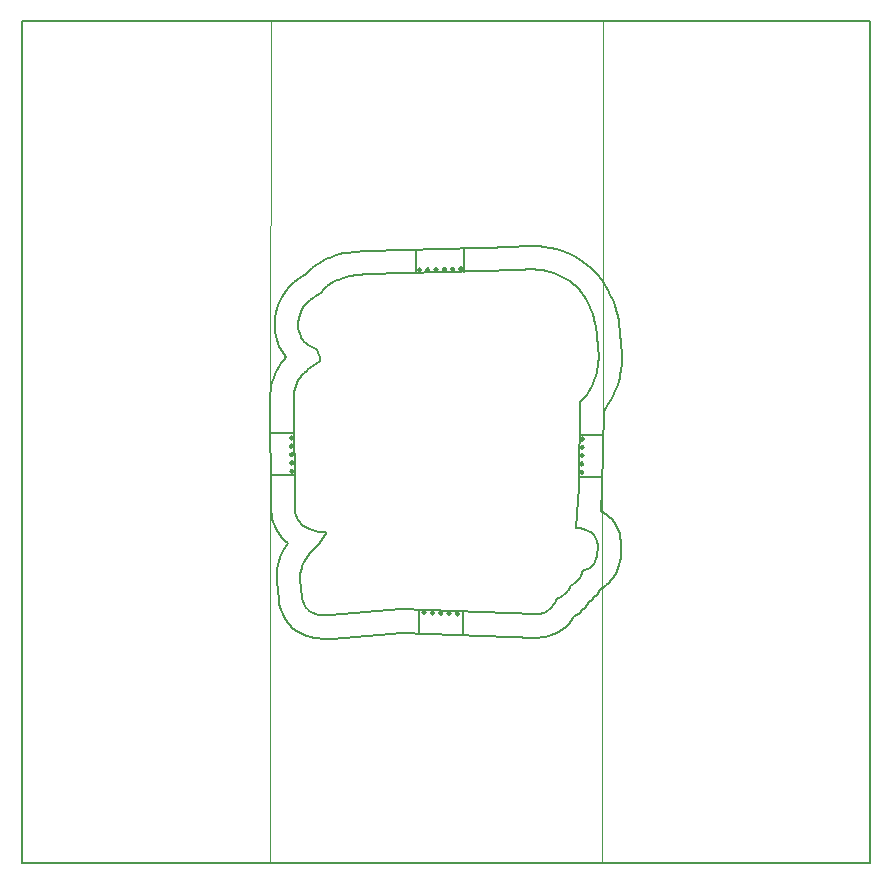
<source format=gbr>
%TF.GenerationSoftware,KiCad,Pcbnew,8.0.0*%
%TF.CreationDate,2024-03-08T11:25:02-06:00*%
%TF.ProjectId,untitled,756e7469-746c-4656-942e-6b696361645f,rev?*%
%TF.SameCoordinates,Original*%
%TF.FileFunction,Other,ECO1*%
%FSLAX46Y46*%
G04 Gerber Fmt 4.6, Leading zero omitted, Abs format (unit mm)*
G04 Created by KiCad (PCBNEW 8.0.0) date 2024-03-08 11:25:02*
%MOMM*%
%LPD*%
G01*
G04 APERTURE LIST*
%ADD10C,0.100000*%
%ADD11C,0.152400*%
%ADD12C,0.150010*%
%ADD13C,0.225000*%
G04 APERTURE END LIST*
D10*
X22756390Y15248890D02*
X22770000Y50250000D01*
X22682250Y11621520D02*
X22680000Y-21030000D01*
X-5421550Y15361640D02*
X-5430000Y-21000000D01*
X-5421550Y15361640D02*
X-5400000Y50260000D01*
D11*
X-2680230Y1192780D02*
X-2722400Y1353920D01*
X-2722400Y1353920D02*
X-2753390Y1517600D01*
X-2753390Y1517600D02*
X-2892780Y2963700D01*
X-2892780Y2963700D02*
X-2899490Y3223620D01*
X-2899490Y3223620D02*
X-2881150Y3482980D01*
X-2881150Y3482980D02*
X-2837970Y3739360D01*
X-2837970Y3739360D02*
X-2770280Y3990390D01*
X-2770280Y3990390D02*
X-2716050Y4142940D01*
X-2716050Y4142940D02*
X-2592300Y4426410D01*
X-2592300Y4426410D02*
X-2446020Y4698900D01*
X-2446020Y4698900D02*
X-2278150Y4958690D01*
X-2278150Y4958690D02*
X-2094180Y5198750D01*
X-2094180Y5198750D02*
X-1284450Y6006670D01*
X-1284450Y6006670D02*
X-773020Y6781110D01*
X-773020Y6781110D02*
X-751460Y6871610D01*
X-751460Y6871610D02*
X-749940Y6894830D01*
X-749940Y6894830D02*
X-759430Y6940880D01*
X-759430Y6940880D02*
X-790800Y6975910D01*
X-790800Y6975910D02*
X-835530Y6990410D01*
X-835530Y6990410D02*
X-875590Y6983220D01*
X-875590Y6983220D02*
X-968040Y6980100D01*
X-968040Y6980100D02*
X-1167640Y6991020D01*
X-1167640Y6991020D02*
X-1303220Y7012970D01*
X-1303220Y7012970D02*
X-1879500Y7151670D01*
X-1879500Y7151670D02*
X-2110410Y7233720D01*
X-2110410Y7233720D02*
X-2331770Y7338870D01*
X-2331770Y7338870D02*
X-2450740Y7407530D01*
X-2450740Y7407530D02*
X-2631340Y7532780D01*
X-2631340Y7532780D02*
X-2796510Y7677760D01*
X-2796510Y7677760D02*
X-2944110Y7840570D01*
X-2944110Y7840570D02*
X-3072230Y8019140D01*
X-3072230Y8019140D02*
X-3179220Y8211110D01*
X-3179220Y8211110D02*
X-3263670Y8414000D01*
X-3263670Y8414000D02*
X-3324480Y8625180D01*
X-3324480Y8625180D02*
X-3360880Y8841920D01*
X-3360880Y8841920D02*
X-3369670Y8949720D01*
X-3369670Y8949720D02*
X-3447240Y18547770D01*
X-3447240Y18547770D02*
X-3419500Y18818560D01*
X-3419500Y18818560D02*
X-3367000Y19085660D01*
X-3367000Y19085660D02*
X-3290160Y19346820D01*
X-3290160Y19346820D02*
X-3189630Y19599780D01*
X-3189630Y19599780D02*
X-3066290Y19842450D01*
X-3066290Y19842450D02*
X-2921150Y20072760D01*
X-2921150Y20072760D02*
X-2755470Y20288730D01*
X-2755470Y20288730D02*
X-2570610Y20488550D01*
X-2570610Y20488550D02*
X-2368170Y20670550D01*
X-2368170Y20670550D02*
X-2306750Y20719520D01*
X-2306750Y20719520D02*
X-1227200Y21512170D01*
X-1227200Y21512170D02*
X-1200380Y21557770D01*
X-1200380Y21557770D02*
X-1195480Y21594850D01*
X-1195480Y21594850D02*
X-1206470Y21682710D01*
X-1206470Y21682710D02*
X-1249650Y21827240D01*
X-1249650Y21827240D02*
X-1313330Y21986040D01*
X-1313330Y21986040D02*
X-1519990Y22376490D01*
X-1519990Y22376490D02*
X-1603650Y22491700D01*
X-1603650Y22491700D02*
X-1712870Y22577090D01*
X-1712870Y22577090D02*
X-2242390Y22872320D01*
X-2242390Y22872320D02*
X-2409600Y22991880D01*
X-2409600Y22991880D02*
X-2561030Y23130870D01*
X-2561030Y23130870D02*
X-2694460Y23287230D01*
X-2694460Y23287230D02*
X-2807870Y23458680D01*
X-2807870Y23458680D02*
X-2868930Y23574650D01*
X-2868930Y23574650D02*
X-2957370Y23778690D01*
X-2957370Y23778690D02*
X-3022320Y23991390D01*
X-3022320Y23991390D02*
X-3062940Y24210040D01*
X-3062940Y24210040D02*
X-3078710Y24431850D01*
X-3078710Y24431850D02*
X-3078910Y24453620D01*
X-3078910Y24453620D02*
X-3065420Y24743710D01*
X-3065420Y24743710D02*
X-3026990Y25031550D01*
X-3026990Y25031550D02*
X-3001750Y25159110D01*
X-3001750Y25159110D02*
X-2933190Y25411150D01*
X-2933190Y25411150D02*
X-2840810Y25655450D01*
X-2840810Y25655450D02*
X-2725420Y25889790D01*
X-2725420Y25889790D02*
X-2588130Y26111990D01*
X-2588130Y26111990D02*
X-2430200Y26320040D01*
X-2430200Y26320040D02*
X-2285420Y26479600D01*
X-2285420Y26479600D02*
X-2079240Y26671240D01*
X-2079240Y26671240D02*
X-1856870Y26843790D01*
X-1856870Y26843790D02*
X-1755700Y26912420D01*
X-1755700Y26912420D02*
X-1154020Y27237560D01*
X-1154020Y27237560D02*
X-912980Y27534160D01*
X-912980Y27534160D02*
X-634420Y27796010D01*
X-634420Y27796010D02*
X-377110Y27985670D01*
X-377110Y27985670D02*
X-105770Y28154580D01*
X-105770Y28154580D02*
X178000Y28301720D01*
X178000Y28301720D02*
X354760Y28379700D01*
X354760Y28379700D02*
X690170Y28503580D01*
X690170Y28503580D02*
X1033450Y28603650D01*
X1033450Y28603650D02*
X1210540Y28645280D01*
X1210540Y28645280D02*
X2771620Y28822140D01*
X2771620Y28822140D02*
X15542950Y29176400D01*
X15542950Y29176400D02*
X15962120Y29220640D01*
X15962120Y29220640D02*
X16383200Y29239920D01*
X16383200Y29239920D02*
X16804670Y29234130D01*
X16804670Y29234130D02*
X17225060Y29203290D01*
X17225060Y29203290D02*
X17642870Y29147540D01*
X17642870Y29147540D02*
X17904310Y29099660D01*
X17904310Y29099660D02*
X18258790Y29016330D01*
X18258790Y29016330D02*
X18606720Y28908810D01*
X18606720Y28908810D02*
X18946420Y28777640D01*
X18946420Y28777640D02*
X19276260Y28623410D01*
X19276260Y28623410D02*
X19594750Y28446860D01*
X19594750Y28446860D02*
X19896100Y28251760D01*
X19896100Y28251760D02*
X20174860Y28039290D01*
X20174860Y28039290D02*
X20437750Y27807440D01*
X20437750Y27807440D02*
X20683400Y27557370D01*
X20683400Y27557370D02*
X20910550Y27290420D01*
X20910550Y27290420D02*
X21118040Y27007950D01*
X21118040Y27007950D02*
X21304830Y26711330D01*
X21304830Y26711330D02*
X21377710Y26581400D01*
X21377710Y26581400D02*
X21565180Y26208480D01*
X21565180Y26208480D02*
X21729950Y25824990D01*
X21729950Y25824990D02*
X21871410Y25432280D01*
X21871410Y25432280D02*
X21989030Y25031830D01*
X21989030Y25031830D02*
X22082400Y24625020D01*
X22082400Y24625020D02*
X22110880Y24472440D01*
X22110880Y24472440D02*
X22355380Y21859090D01*
X22355380Y21859090D02*
X22309890Y21199600D01*
X22309890Y21199600D02*
X22197360Y20548630D01*
X22197360Y20548630D02*
X22110090Y20204250D01*
X22110090Y20204250D02*
X21998760Y19866860D01*
X21998760Y19866860D02*
X21863910Y19538190D01*
X21863910Y19538190D02*
X21706260Y19219820D01*
X21706260Y19219820D02*
X21526530Y18913370D01*
X21526530Y18913370D02*
X21340140Y18640040D01*
X21340140Y18640040D02*
X21126810Y18367880D01*
X21126810Y18367880D02*
X20894340Y18111880D01*
X20894340Y18111880D02*
X20812660Y18030240D01*
X20812660Y18030240D02*
X20666080Y10774220D01*
X20666080Y10774220D02*
X20459780Y7328920D01*
X20459780Y7328920D02*
X20744000Y7299780D01*
X20744000Y7299780D02*
X21024600Y7245830D01*
X21024600Y7245830D02*
X21273820Y7175930D01*
X21273820Y7175930D02*
X21468160Y7101840D01*
X21468160Y7101840D02*
X21652200Y7004910D01*
X21652200Y7004910D02*
X21721670Y6960490D01*
X21721670Y6960490D02*
X21859980Y6853500D01*
X21859980Y6853500D02*
X21981570Y6727850D01*
X21981570Y6727850D02*
X22083980Y6586140D01*
X22083980Y6586140D02*
X22165130Y6431250D01*
X22165130Y6431250D02*
X22223300Y6266360D01*
X22223300Y6266360D02*
X22247660Y6158740D01*
X22247660Y6158740D02*
X22282890Y5917440D01*
X22282890Y5917440D02*
X22293220Y5678960D01*
X22293220Y5678960D02*
X22259470Y5144110D01*
X22259470Y5144110D02*
X22224540Y4932550D01*
X22224540Y4932550D02*
X22171180Y4722520D01*
X22171180Y4722520D02*
X22093960Y4520060D01*
X22093960Y4520060D02*
X22078900Y4487340D01*
X22078900Y4487340D02*
X21990990Y4331490D01*
X21990990Y4331490D02*
X21882200Y4189450D01*
X21882200Y4189450D02*
X21754640Y4063970D01*
X21754640Y4063970D02*
X21610850Y3957500D01*
X21610850Y3957500D02*
X21453580Y3872150D01*
X21453580Y3872150D02*
X21414510Y3855140D01*
X21414510Y3855140D02*
X21204400Y3782190D01*
X21204400Y3782190D02*
X20987410Y3733290D01*
X20987410Y3733290D02*
X20966940Y3729990D01*
X20966940Y3729990D02*
X20920860Y3517700D01*
X20920860Y3517700D02*
X20850660Y3312130D01*
X20850660Y3312130D02*
X20831230Y3266160D01*
X20831230Y3266160D02*
X20746540Y3102280D01*
X20746540Y3102280D02*
X20640450Y2951330D01*
X20640450Y2951330D02*
X20640120Y2950950D01*
X20640120Y2950950D02*
X20518910Y2821610D01*
X20518910Y2821610D02*
X20380680Y2710660D01*
X20380680Y2710660D02*
X20228200Y2620260D01*
X20228200Y2620260D02*
X20064530Y2552240D01*
X20064530Y2552240D02*
X20042400Y2545050D01*
X20042400Y2545050D02*
X19952540Y2332990D01*
X19952540Y2332990D02*
X19840190Y2131900D01*
X19840190Y2131900D02*
X19809210Y2084350D01*
X19809210Y2084350D02*
X19686190Y1921790D01*
X19686190Y1921790D02*
X19544180Y1775560D01*
X19544180Y1775560D02*
X19385310Y1647830D01*
X19385310Y1647830D02*
X19212000Y1540540D01*
X19212000Y1540540D02*
X19026810Y1455290D01*
X19026810Y1455290D02*
X18832600Y1393420D01*
X18832600Y1393420D02*
X18811930Y1388340D01*
X18811930Y1388340D02*
X18731050Y1167870D01*
X18731050Y1167870D02*
X18627140Y957280D01*
X18627140Y957280D02*
X18529350Y799130D01*
X18529350Y799130D02*
X18407020Y639110D01*
X18407020Y639110D02*
X18265780Y495500D01*
X18265780Y495500D02*
X18107790Y370510D01*
X18107790Y370510D02*
X17935550Y266090D01*
X17935550Y266090D02*
X17751650Y183850D01*
X17751650Y183850D02*
X17619170Y140590D01*
X17619170Y140590D02*
X17387930Y83870D01*
X17387930Y83870D02*
X17151990Y51770D01*
X17151990Y51770D02*
X17097300Y47900D01*
X17097300Y47900D02*
X5662520Y483290D01*
X5662520Y483290D02*
X-383290Y-22630D01*
X-383290Y-22630D02*
X-1119350Y-17880D01*
X-1119350Y-17880D02*
X-1389200Y14630D01*
X-1389200Y14630D02*
X-1609140Y63500D01*
X-1609140Y63500D02*
X-1822270Y136500D01*
X-1822270Y136500D02*
X-1843960Y145440D01*
X-1843960Y145440D02*
X-2003370Y224430D01*
X-2003370Y224430D02*
X-2150140Y325020D01*
X-2150140Y325020D02*
X-2281350Y445190D01*
X-2281350Y445190D02*
X-2394380Y582600D01*
X-2394380Y582600D02*
X-2484700Y730020D01*
X-2484700Y730020D02*
X-2584020Y939270D01*
X-2584020Y939270D02*
X-2660170Y1157990D01*
X-2660170Y1157990D02*
X-2667410Y1183670D01*
X-2667410Y1183670D02*
X-2680230Y1192780D01*
X-2671320Y1202560D02*
X-2672490Y1206500D01*
X-26447190Y-21022640D02*
X-26447190Y50240820D01*
X-26447190Y50240820D02*
X22355380Y50240820D01*
X27626080Y-21022640D02*
X-26447190Y-21022640D01*
X22355380Y50240820D02*
X45355380Y50240820D01*
X45355380Y50240820D02*
X45355380Y-21022640D01*
X45355380Y-21022640D02*
X22355380Y-21022640D01*
D12*
X-5447180Y18531610D02*
X-5443960Y18662350D01*
X-5443960Y18662350D02*
X-5411550Y19013350D01*
X-5411550Y19013350D02*
X-5354270Y19361120D01*
X-5354270Y19361120D02*
X-5272430Y19703970D01*
X-5272430Y19703970D02*
X-5166440Y20040140D01*
X-5166440Y20040140D02*
X-5036850Y20367930D01*
X-5036850Y20367930D02*
X-4884270Y20685660D01*
X-4884270Y20685660D02*
X-4709520Y20991780D01*
X-4709520Y20991780D02*
X-4513480Y21284690D01*
X-4513480Y21284690D02*
X-4297100Y21562920D01*
X-4297100Y21562920D02*
X-4069920Y21816340D01*
X-4069920Y21816340D02*
X-4265400Y22049110D01*
X-4265400Y22049110D02*
X-4441060Y22297160D01*
X-4441060Y22297160D02*
X-4595670Y22558860D01*
X-4595670Y22558860D02*
X-4664810Y22694320D01*
X-4664810Y22694320D02*
X-4793720Y22982350D01*
X-4793720Y22982350D02*
X-4899380Y23279740D01*
X-4899380Y23279740D02*
X-4981120Y23584540D01*
X-4981120Y23584540D02*
X-5038420Y23894870D01*
X-5038420Y23894870D02*
X-5070910Y24208790D01*
X-5070910Y24208790D02*
X-5078910Y24460250D01*
X-5078910Y24460250D02*
X-5065170Y24826700D01*
X-5065170Y24826700D02*
X-5026410Y25191340D01*
X-5026410Y25191340D02*
X-4962860Y25552480D01*
X-4962860Y25552480D02*
X-4954350Y25592050D01*
X-4954350Y25592050D02*
X-4867780Y25925020D01*
X-4867780Y25925020D02*
X-4757240Y26250800D01*
X-4757240Y26250800D02*
X-4623260Y26567690D01*
X-4623260Y26567690D02*
X-4466560Y26873960D01*
X-4466560Y26873960D02*
X-4288000Y27168040D01*
X-4288000Y27168040D02*
X-4088510Y27448330D01*
X-4088510Y27448330D02*
X-3869160Y27713360D01*
X-3869160Y27713360D02*
X-3709260Y27884090D01*
X-3709260Y27884090D02*
X-3448100Y28131390D01*
X-3448100Y28131390D02*
X-3170350Y28359910D01*
X-3170350Y28359910D02*
X-2877360Y28568550D01*
X-2877360Y28568550D02*
X-2847540Y28588080D01*
X-2847540Y28588080D02*
X-2706550Y28671930D01*
X-2706550Y28671930D02*
X-2454910Y28807920D01*
X-2454910Y28807920D02*
X-2302940Y28972210D01*
X-2302940Y28972210D02*
X-2282800Y28991410D01*
X-2282800Y28991410D02*
X-1882270Y29358970D01*
X-1882270Y29358970D02*
X-1569720Y29592680D01*
X-1569720Y29592680D02*
X-1242820Y29805860D01*
X-1242820Y29805860D02*
X-902920Y29997600D01*
X-902920Y29997600D02*
X-551410Y30167150D01*
X-551410Y30167150D02*
X-403480Y30230390D01*
X-403480Y30230390D02*
X-8510Y30378680D01*
X-8510Y30378680D02*
X394560Y30503240D01*
X394560Y30503240D02*
X785240Y30599530D01*
X785240Y30599530D02*
X985390Y30632580D01*
X985390Y30632580D02*
X2546480Y30809440D01*
X2546480Y30809440D02*
X2718610Y30821450D01*
X2718610Y30821450D02*
X15386910Y31172840D01*
X15386910Y31172840D02*
X15862000Y31218660D01*
X15862000Y31218660D02*
X16338850Y31239460D01*
X16338850Y31239460D02*
X16816120Y31235190D01*
X16816120Y31235190D02*
X17292520Y31205910D01*
X17292520Y31205910D02*
X17766720Y31151650D01*
X17766720Y31151650D02*
X18237400Y31072560D01*
X18237400Y31072560D02*
X18298130Y31060490D01*
X18298130Y31060490D02*
X18714720Y30964610D01*
X18714720Y30964610D02*
X19124960Y30844440D01*
X19124960Y30844440D02*
X19527470Y30700470D01*
X19527470Y30700470D02*
X19920840Y30533140D01*
X19920840Y30533140D02*
X20303720Y30343040D01*
X20303720Y30343040D02*
X20674810Y30130850D01*
X20674810Y30130850D02*
X21032830Y29897270D01*
X21032830Y29897270D02*
X21052660Y29883430D01*
X21052660Y29883430D02*
X21384790Y29633060D01*
X21384790Y29633060D02*
X21701250Y29363110D01*
X21701250Y29363110D02*
X22000870Y29074620D01*
X22000870Y29074620D02*
X22282560Y28768620D01*
X22282560Y28768620D02*
X22545320Y28446200D01*
X22545320Y28446200D02*
X22788190Y28108530D01*
X22788190Y28108530D02*
X23010270Y27756840D01*
X23010270Y27756840D02*
X23136810Y27532990D01*
X23136810Y27532990D02*
X23351060Y27110560D01*
X23351060Y27110560D02*
X23542700Y26677390D01*
X23542700Y26677390D02*
X23711130Y26234690D01*
X23711130Y26234690D02*
X23855930Y25783720D01*
X23855930Y25783720D02*
X23976660Y25325710D01*
X23976660Y25325710D02*
X24073000Y24861950D01*
X24073000Y24861950D02*
X24080390Y24820270D01*
X24080390Y24820270D02*
X24102190Y24658750D01*
X24102190Y24658750D02*
X24346640Y22045900D01*
X24346640Y22045900D02*
X24355040Y21822260D01*
X24355040Y21822260D02*
X24350650Y21721450D01*
X24350650Y21721450D02*
X24305160Y21061980D01*
X24305160Y21061980D02*
X24280240Y20856470D01*
X24280240Y20856470D02*
X24152200Y20125970D01*
X24152200Y20125970D02*
X24051290Y19718320D01*
X24051290Y19718320D02*
X23926240Y19317440D01*
X23926240Y19317440D02*
X23777500Y18924700D01*
X23777500Y18924700D02*
X23605590Y18541540D01*
X23605590Y18541540D02*
X23411150Y18169330D01*
X23411150Y18169330D02*
X23194850Y17809390D01*
X23194850Y17809390D02*
X22957460Y17462960D01*
X22957460Y17462960D02*
X22797340Y17252110D01*
X22797340Y17252110D02*
X22662490Y10654690D01*
X22662490Y10654690D02*
X22551140Y8794800D01*
X22551140Y8794800D02*
X22812760Y8636810D01*
X22812760Y8636810D02*
X22834040Y8622640D01*
X22834040Y8622640D02*
X23063120Y8454620D01*
X23063120Y8454620D02*
X23276530Y8267070D01*
X23276530Y8267070D02*
X23472570Y8061450D01*
X23472570Y8061450D02*
X23649740Y7839380D01*
X23649740Y7839380D02*
X23806660Y7602550D01*
X23806660Y7602550D02*
X23942090Y7352820D01*
X23942090Y7352820D02*
X24054990Y7092110D01*
X24054990Y7092110D02*
X24144500Y6822490D01*
X24144500Y6822490D02*
X24209910Y6546040D01*
X24209910Y6546040D02*
X24212580Y6531890D01*
X24212580Y6531890D02*
X24263530Y6204790D01*
X24263530Y6204790D02*
X24289610Y5874740D01*
X24289610Y5874740D02*
X24293170Y5665010D01*
X24293170Y5665010D02*
X24289080Y5550330D01*
X24289080Y5550330D02*
X24255650Y5020460D01*
X24255650Y5020460D02*
X24232770Y4818350D01*
X24232770Y4818350D02*
X24188190Y4552980D01*
X24188190Y4552980D02*
X24116790Y4249650D01*
X24116790Y4249650D02*
X24021260Y3953050D01*
X24021260Y3953050D02*
X23902210Y3665090D01*
X23902210Y3665090D02*
X23885350Y3629000D01*
X23885350Y3629000D02*
X23751130Y3375740D01*
X23751130Y3375740D02*
X23595330Y3135170D01*
X23595330Y3135170D02*
X23419100Y2909110D01*
X23419100Y2909110D02*
X23223830Y2699330D01*
X23223830Y2699330D02*
X23010950Y2507390D01*
X23010950Y2507390D02*
X22782150Y2334770D01*
X22782150Y2334770D02*
X22539120Y2182770D01*
X22539120Y2182770D02*
X22518190Y2171040D01*
X22518190Y2171040D02*
X22366120Y1923950D01*
X22366120Y1923950D02*
X22193280Y1690930D01*
X22193280Y1690930D02*
X22192280Y1689680D01*
X22192280Y1689680D02*
X22002620Y1476150D01*
X22002620Y1476150D02*
X21795000Y1280080D01*
X21795000Y1280080D02*
X21570980Y1102940D01*
X21570980Y1102940D02*
X21543240Y1083160D01*
X21543240Y1083160D02*
X21373820Y832150D01*
X21373820Y832150D02*
X21184240Y596040D01*
X21184240Y596040D02*
X20975800Y376380D01*
X20975800Y376380D02*
X20749900Y174730D01*
X20749900Y174730D02*
X20508110Y-7590D01*
X20508110Y-7590D02*
X20302270Y-139850D01*
X20302270Y-139850D02*
X20187440Y-319250D01*
X20187440Y-319250D02*
X20009080Y-561950D01*
X20009080Y-561950D02*
X19811160Y-789000D01*
X19811160Y-789000D02*
X19595080Y-998800D01*
X19595080Y-998800D02*
X19362290Y-1189940D01*
X19362290Y-1189940D02*
X19114440Y-1361030D01*
X19114440Y-1361030D02*
X18853230Y-1510970D01*
X18853230Y-1510970D02*
X18580430Y-1638660D01*
X18580430Y-1638660D02*
X18298010Y-1743230D01*
X18298010Y-1743230D02*
X18178040Y-1779780D01*
X18178040Y-1779780D02*
X17861380Y-1860680D01*
X17861380Y-1860680D02*
X17539440Y-1917090D01*
X17539440Y-1917090D02*
X17217540Y-1948480D01*
X17217540Y-1948480D02*
X17021200Y-1950640D01*
X17021200Y-1950640D02*
X5708040Y-1519890D01*
X5708040Y-1519890D02*
X-216510Y-2015670D01*
X-216510Y-2015670D02*
X-440210Y-2021810D01*
X-440210Y-2021810D02*
X-480750Y-2020270D01*
X-480750Y-2020270D02*
X-1119350Y-2020270D01*
X-1119350Y-2020270D02*
X-1342800Y-2007740D01*
X-1342800Y-2007740D02*
X-1454710Y-1991940D01*
X-1454710Y-1991940D02*
X-1717070Y-1958310D01*
X-1717070Y-1958310D02*
X-2028160Y-1894180D01*
X-2028160Y-1894180D02*
X-2333220Y-1805710D01*
X-2333220Y-1805710D02*
X-2611090Y-1701600D01*
X-2611090Y-1701600D02*
X-2870350Y-1580850D01*
X-2870350Y-1580850D02*
X-3118050Y-1437840D01*
X-3118050Y-1437840D02*
X-3352270Y-1273730D01*
X-3352270Y-1273730D02*
X-3571240Y-1089760D01*
X-3571240Y-1089760D02*
X-3773250Y-887320D01*
X-3773250Y-887320D02*
X-3956790Y-667970D01*
X-3956790Y-667970D02*
X-4120410Y-433430D01*
X-4120410Y-433430D02*
X-4249520Y-211000D01*
X-4249520Y-211000D02*
X-4391050Y78410D01*
X-4391050Y78410D02*
X-4509640Y377930D01*
X-4509640Y377930D02*
X-4521100Y411000D01*
X-4521100Y411000D02*
X-4596920Y621560D01*
X-4596920Y621560D02*
X-4609190Y664410D01*
X-4609190Y664410D02*
X-4663290Y871250D01*
X-4663290Y871250D02*
X-4722220Y1160170D01*
X-4722220Y1160170D02*
X-4736260Y1256440D01*
X-4736260Y1256440D02*
X-4887390Y2816830D01*
X-4887390Y2816830D02*
X-4900170Y3159710D01*
X-4900170Y3159710D02*
X-4887900Y3502630D01*
X-4887900Y3502630D02*
X-4850640Y3843730D01*
X-4850640Y3843730D02*
X-4788590Y4181200D01*
X-4788590Y4181200D02*
X-4702050Y4513250D01*
X-4702050Y4513250D02*
X-4591530Y4838090D01*
X-4591530Y4838090D02*
X-4579900Y4868320D01*
X-4579900Y4868320D02*
X-4429810Y5219420D01*
X-4429810Y5219420D02*
X-4257010Y5559910D01*
X-4257010Y5559910D02*
X-4062250Y5888360D01*
X-4062250Y5888360D02*
X-3963370Y6038160D01*
X-3963370Y6038160D02*
X-4195780Y6248880D01*
X-4195780Y6248880D02*
X-4410630Y6477480D01*
X-4410630Y6477480D02*
X-4606570Y6722490D01*
X-4606570Y6722490D02*
X-4782340Y6982360D01*
X-4782340Y6982360D02*
X-4936790Y7255430D01*
X-4936790Y7255430D02*
X-5068950Y7539960D01*
X-5068950Y7539960D02*
X-5178020Y7834120D01*
X-5178020Y7834120D02*
X-5263240Y8136050D01*
X-5263240Y8136050D02*
X-5324090Y8443800D01*
X-5324090Y8443800D02*
X-5360210Y8755460D01*
X-5360210Y8755460D02*
X-5369610Y8933560D01*
X-5369610Y8933560D02*
X-5447180Y18531610D01*
D13*
X-3490590Y12151230D02*
G75*
G02*
X-3715590Y12151230I-112500J0D01*
G01*
X-3715590Y12151230D02*
G75*
G02*
X-3490590Y12151230I112500J0D01*
G01*
X-3494730Y12850950D02*
G75*
G02*
X-3719730Y12850950I-112500J0D01*
G01*
X-3719730Y12850950D02*
G75*
G02*
X-3494730Y12850950I112500J0D01*
G01*
X-3519570Y13550670D02*
G75*
G02*
X-3744570Y13550670I-112500J0D01*
G01*
X-3744570Y13550670D02*
G75*
G02*
X-3519570Y13550670I112500J0D01*
G01*
X-3529940Y14258670D02*
G75*
G02*
X-3754940Y14258670I-112500J0D01*
G01*
X-3754940Y14258670D02*
G75*
G02*
X-3529940Y14258670I112500J0D01*
G01*
X-3517520Y14961490D02*
G75*
G02*
X-3742520Y14961490I-112500J0D01*
G01*
X-3742520Y14961490D02*
G75*
G02*
X-3517520Y14961490I112500J0D01*
G01*
X21087570Y14882800D02*
G75*
G02*
X20862570Y14882800I-112500J0D01*
G01*
X20862570Y14882800D02*
G75*
G02*
X21087570Y14882800I112500J0D01*
G01*
X21075150Y14176880D02*
G75*
G02*
X20850150Y14176880I-112500J0D01*
G01*
X20850150Y14176880D02*
G75*
G02*
X21075150Y14176880I112500J0D01*
G01*
X21052390Y13470970D02*
G75*
G02*
X20827390Y13470970I-112500J0D01*
G01*
X20827390Y13470970D02*
G75*
G02*
X21052390Y13470970I112500J0D01*
G01*
X21046160Y12755930D02*
G75*
G02*
X20821160Y12755930I-112500J0D01*
G01*
X20821160Y12755930D02*
G75*
G02*
X21046160Y12755930I112500J0D01*
G01*
X21033740Y12054130D02*
G75*
G02*
X20808740Y12054130I-112500J0D01*
G01*
X20808740Y12054130D02*
G75*
G02*
X21033740Y12054130I112500J0D01*
G01*
X7296560Y29174190D02*
G75*
G02*
X7071560Y29174190I-112500J0D01*
G01*
X7071560Y29174190D02*
G75*
G02*
X7296560Y29174190I112500J0D01*
G01*
X8013830Y29186810D02*
G75*
G02*
X7788830Y29186810I-112500J0D01*
G01*
X7788830Y29186810D02*
G75*
G02*
X8013830Y29186810I112500J0D01*
G01*
X7702860Y180520D02*
G75*
G02*
X7477860Y180520I-112500J0D01*
G01*
X7477860Y180520D02*
G75*
G02*
X7702860Y180520I112500J0D01*
G01*
X8404100Y152350D02*
G75*
G02*
X8179100Y152350I-112500J0D01*
G01*
X8179100Y152350D02*
G75*
G02*
X8404100Y152350I112500J0D01*
G01*
X9107910Y124210D02*
G75*
G02*
X8882910Y124210I-112500J0D01*
G01*
X8882910Y124210D02*
G75*
G02*
X9107910Y124210I112500J0D01*
G01*
X9821950Y108860D02*
G75*
G02*
X9596950Y108860I-112500J0D01*
G01*
X9596950Y108860D02*
G75*
G02*
X9821950Y108860I112500J0D01*
G01*
X10525760Y75590D02*
G75*
G02*
X10300760Y75590I-112500J0D01*
G01*
X10300760Y75590D02*
G75*
G02*
X10525760Y75590I112500J0D01*
G01*
X8711820Y29207660D02*
G75*
G02*
X8486820Y29207660I-112500J0D01*
G01*
X8486820Y29207660D02*
G75*
G02*
X8711820Y29207660I112500J0D01*
G01*
X9412610Y29229910D02*
G75*
G02*
X9187610Y29229910I-112500J0D01*
G01*
X9187610Y29229910D02*
G75*
G02*
X9412610Y29229910I112500J0D01*
G01*
X10121750Y29249370D02*
G75*
G02*
X9896750Y29249370I-112500J0D01*
G01*
X9896750Y29249370D02*
G75*
G02*
X10121750Y29249370I112500J0D01*
G01*
X10811410Y29271620D02*
G75*
G02*
X10586410Y29271620I-112500J0D01*
G01*
X10586410Y29271620D02*
G75*
G02*
X10811410Y29271620I112500J0D01*
G01*
D12*
X20683020Y11621520D02*
X22682250Y11621520D01*
X20753980Y15248890D02*
X22756390Y15248890D01*
X-5421550Y15361640D02*
X-3422400Y15361640D01*
X-5393000Y11828250D02*
X-3393390Y11828250D01*
X7160310Y419070D02*
X7160310Y-1575180D01*
X10862840Y280440D02*
X10862840Y-1716180D01*
X6859570Y28939260D02*
X6859570Y30936310D01*
X10994420Y29052850D02*
X10994420Y31050990D01*
M02*

</source>
